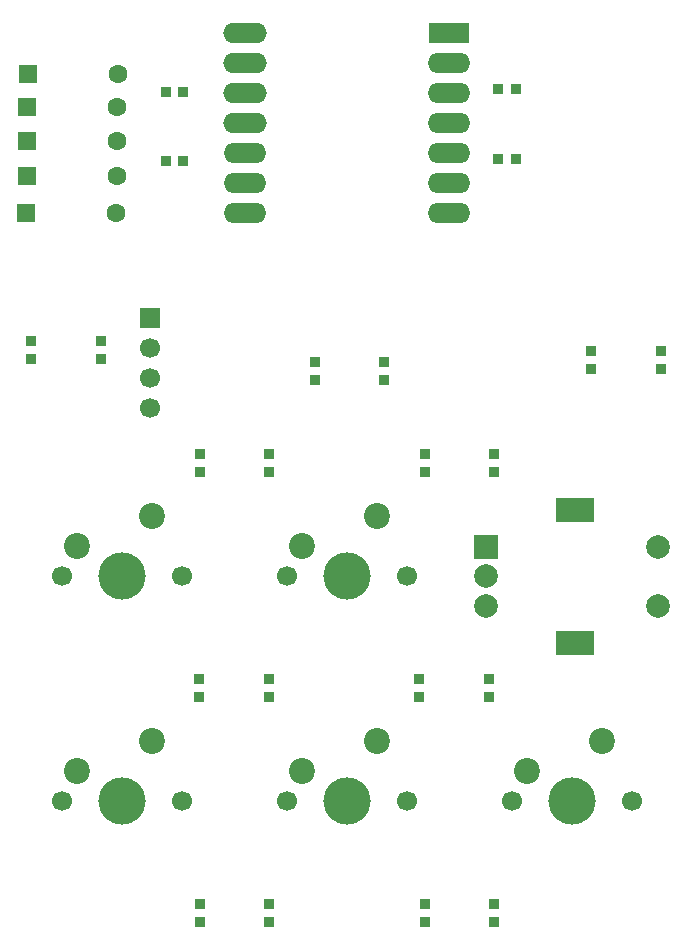
<source format=gbr>
%TF.GenerationSoftware,KiCad,Pcbnew,9.0.7*%
%TF.CreationDate,2026-01-31T12:03:09-06:00*%
%TF.ProjectId,PRO,50524f2e-6b69-4636-9164-5f7063625858,rev?*%
%TF.SameCoordinates,Original*%
%TF.FileFunction,Soldermask,Bot*%
%TF.FilePolarity,Negative*%
%FSLAX46Y46*%
G04 Gerber Fmt 4.6, Leading zero omitted, Abs format (unit mm)*
G04 Created by KiCad (PCBNEW 9.0.7) date 2026-01-31 12:03:09*
%MOMM*%
%LPD*%
G01*
G04 APERTURE LIST*
G04 Aperture macros list*
%AMRoundRect*
0 Rectangle with rounded corners*
0 $1 Rounding radius*
0 $2 $3 $4 $5 $6 $7 $8 $9 X,Y pos of 4 corners*
0 Add a 4 corners polygon primitive as box body*
4,1,4,$2,$3,$4,$5,$6,$7,$8,$9,$2,$3,0*
0 Add four circle primitives for the rounded corners*
1,1,$1+$1,$2,$3*
1,1,$1+$1,$4,$5*
1,1,$1+$1,$6,$7*
1,1,$1+$1,$8,$9*
0 Add four rect primitives between the rounded corners*
20,1,$1+$1,$2,$3,$4,$5,0*
20,1,$1+$1,$4,$5,$6,$7,0*
20,1,$1+$1,$6,$7,$8,$9,0*
20,1,$1+$1,$8,$9,$2,$3,0*%
G04 Aperture macros list end*
%ADD10RoundRect,0.082000X-0.368000X0.328000X-0.368000X-0.328000X0.368000X-0.328000X0.368000X0.328000X0*%
%ADD11RoundRect,0.082000X-0.367999X0.328000X-0.367999X-0.328000X0.367999X-0.328000X0.367999X0.328000X0*%
%ADD12R,2.000000X2.000000*%
%ADD13C,2.000000*%
%ADD14R,3.200000X2.000000*%
%ADD15RoundRect,0.082000X0.328000X0.367999X-0.328000X0.367999X-0.328000X-0.367999X0.328000X-0.367999X0*%
%ADD16RoundRect,0.082000X0.328000X0.368000X-0.328000X0.368000X-0.328000X-0.368000X0.328000X-0.368000X0*%
%ADD17RoundRect,0.082000X-0.328000X-0.367999X0.328000X-0.367999X0.328000X0.367999X-0.328000X0.367999X0*%
%ADD18RoundRect,0.082000X-0.328000X-0.368000X0.328000X-0.368000X0.328000X0.368000X-0.328000X0.368000X0*%
%ADD19C,1.700000*%
%ADD20C,4.000000*%
%ADD21C,2.200000*%
%ADD22RoundRect,0.250000X-0.550000X-0.550000X0.550000X-0.550000X0.550000X0.550000X-0.550000X0.550000X0*%
%ADD23C,1.600000*%
%ADD24R,1.700000X1.700000*%
%ADD25R,3.500000X1.700000*%
%ADD26O,3.600000X1.700000*%
%ADD27O,3.700000X1.700000*%
G04 APERTURE END LIST*
D10*
%TO.C,D16*%
X36287500Y-56297158D03*
X36287500Y-57797158D03*
D11*
X30387501Y-57797158D03*
X30387501Y-56297158D03*
%TD*%
D10*
%TO.C,D10*%
X69625000Y-103922158D03*
X69625000Y-105422158D03*
D11*
X63725001Y-105422158D03*
X63725001Y-103922158D03*
%TD*%
%TO.C,D15*%
X77793701Y-57149958D03*
X77793701Y-58649958D03*
D10*
X83693700Y-58649958D03*
X83693700Y-57149958D03*
%TD*%
D12*
%TO.C,RE1*%
X68950000Y-73700000D03*
D13*
X68950000Y-78700000D03*
X68950000Y-76200000D03*
D14*
X76450000Y-70600000D03*
X76450000Y-81800000D03*
D13*
X83450000Y-78700000D03*
X83450000Y-73700000D03*
%TD*%
D15*
%TO.C,D13*%
X71437542Y-34931201D03*
X69937542Y-34931201D03*
D16*
X69937542Y-40831200D03*
X71437542Y-40831200D03*
%TD*%
D17*
%TO.C,D14*%
X41790858Y-41049999D03*
X43290858Y-41049999D03*
D18*
X43290858Y-35150000D03*
X41790858Y-35150000D03*
%TD*%
D19*
%TO.C,SW2*%
X52070000Y-76200000D03*
D20*
X57150000Y-76200000D03*
D19*
X62230000Y-76200000D03*
D21*
X59690000Y-71120000D03*
X53340000Y-73660000D03*
%TD*%
D19*
%TO.C,SW3*%
X33020000Y-95250000D03*
D20*
X38100000Y-95250000D03*
D19*
X43180000Y-95250000D03*
D21*
X40640000Y-90170000D03*
X34290000Y-92710000D03*
%TD*%
D11*
%TO.C,D11*%
X63725001Y-65822158D03*
X63725001Y-67322158D03*
D10*
X69625000Y-67322158D03*
X69625000Y-65822158D03*
%TD*%
D19*
%TO.C,SW5*%
X71120000Y-95250000D03*
D20*
X76200000Y-95250000D03*
D19*
X81280000Y-95250000D03*
D21*
X78740000Y-90170000D03*
X72390000Y-92710000D03*
%TD*%
D19*
%TO.C,SW4*%
X52070000Y-95250000D03*
D20*
X57150000Y-95250000D03*
D19*
X62230000Y-95250000D03*
D21*
X59690000Y-90170000D03*
X53340000Y-92710000D03*
%TD*%
D19*
%TO.C,SWw1*%
X33020000Y-76200000D03*
D20*
X38100000Y-76200000D03*
D19*
X43180000Y-76200000D03*
D21*
X40640000Y-71120000D03*
X34290000Y-73660000D03*
%TD*%
D22*
%TO.C,D3*%
X30070000Y-39350000D03*
D23*
X37690000Y-39350000D03*
%TD*%
D22*
%TO.C,D4*%
X30050000Y-42290000D03*
D23*
X37670000Y-42290000D03*
%TD*%
D24*
%TO.C,U2*%
X40481300Y-54292500D03*
D19*
X40481300Y-56832500D03*
X40481300Y-59372500D03*
X40481300Y-61912500D03*
%TD*%
D11*
%TO.C,D12*%
X54418701Y-58031258D03*
X54418701Y-59531258D03*
D10*
X60318700Y-59531258D03*
X60318700Y-58031258D03*
%TD*%
D22*
%TO.C,D5*%
X29950000Y-45410000D03*
D23*
X37570000Y-45410000D03*
%TD*%
D22*
%TO.C,D2*%
X30070000Y-36440000D03*
D23*
X37690000Y-36440000D03*
%TD*%
D22*
%TO.C,D1*%
X30100000Y-33630000D03*
D23*
X37720000Y-33630000D03*
%TD*%
D11*
%TO.C,D6*%
X44610001Y-84873358D03*
X44610001Y-86373358D03*
D10*
X50510000Y-86373358D03*
X50510000Y-84873358D03*
%TD*%
D11*
%TO.C,D8*%
X44675001Y-65822158D03*
X44675001Y-67322158D03*
D10*
X50575000Y-67322158D03*
X50575000Y-65822158D03*
%TD*%
D11*
%TO.C,D9*%
X44675001Y-103922158D03*
X44675001Y-105422158D03*
D10*
X50575000Y-105422158D03*
X50575000Y-103922158D03*
%TD*%
D25*
%TO.C,U1*%
X65775000Y-30162500D03*
D26*
X65775000Y-32702500D03*
X65775000Y-35242500D03*
X65775000Y-37782500D03*
X65775000Y-40322500D03*
X65775000Y-42862500D03*
X65775000Y-45402500D03*
X48525000Y-45402500D03*
X48525000Y-42862500D03*
X48525000Y-40322500D03*
D27*
X48525000Y-37782500D03*
X48525000Y-35242500D03*
X48525000Y-32702500D03*
X48525000Y-30162500D03*
%TD*%
D11*
%TO.C,D7*%
X63272301Y-84890958D03*
X63272301Y-86390958D03*
D10*
X69172300Y-86390958D03*
X69172300Y-84890958D03*
%TD*%
M02*

</source>
